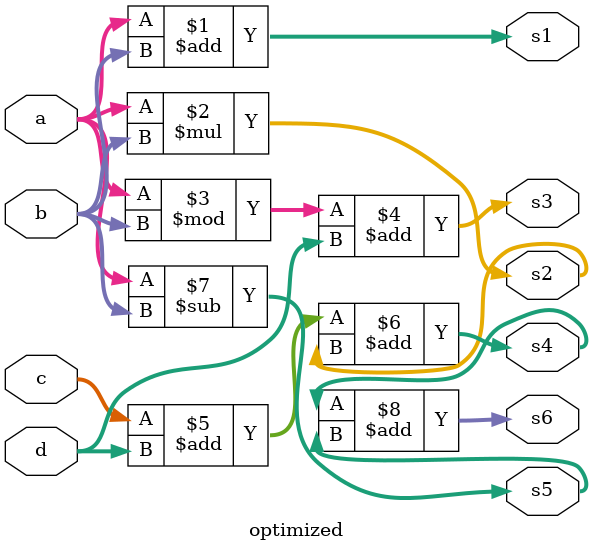
<source format=v>
module optimized
#(  parameter       BW = 8)
(
    input [BW-1:0] a,
    input [BW-1:0] b,
    input [BW-1:0] c,
    input [BW-1:0] d,
    output [BW-1:0] s1,
    output [BW-1:0] s2,
    output [BW-1:0] s3,
    output [BW-1:0] s4,
    output [BW-1:0] s5,
    output [BW-1:0] s6
);

    assign s1 = a + b;
    assign s2 = a * b;
    assign s3 = a % b + d;
    assign s4 = c + d + s2;
    assign s5 = a - b;
    assign s6 = s4 + s5;
endmodule

</source>
